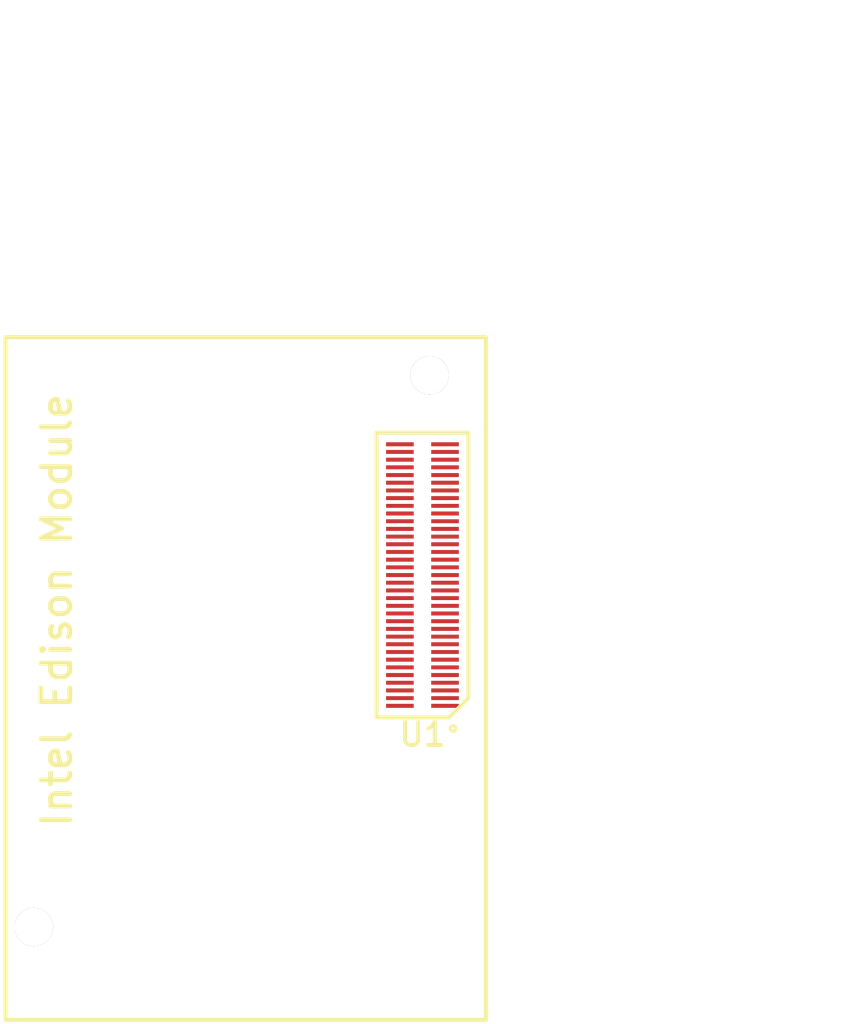
<source format=kicad_pcb>
(kicad_pcb (version 4) (host pcbnew 4.0.0-rc2-stable)

  (general
    (links 0)
    (no_connects 0)
    (area 74.31617 69.229999 146.38383 104.930001)
    (thickness 1.6)
    (drawings 15)
    (tracks 0)
    (zones 0)
    (modules 6)
    (nets 1)
  )

  (page A4)
  (layers
    (0 F.Cu signal)
    (31 B.Cu signal)
    (32 B.Adhes user)
    (33 F.Adhes user)
    (34 B.Paste user)
    (35 F.Paste user)
    (36 B.SilkS user)
    (37 F.SilkS user)
    (38 B.Mask user)
    (39 F.Mask user)
    (40 Dwgs.User user)
    (41 Cmts.User user)
    (42 Eco1.User user)
    (43 Eco2.User user)
    (44 Edge.Cuts user)
    (45 Margin user)
    (46 B.CrtYd user)
    (47 F.CrtYd user)
    (48 B.Fab user)
    (49 F.Fab user)
  )

  (setup
    (last_trace_width 0.254)
    (trace_clearance 0.254)
    (zone_clearance 0.508)
    (zone_45_only yes)
    (trace_min 0.254)
    (segment_width 0.2)
    (edge_width 0.1)
    (via_size 0.889)
    (via_drill 0.635)
    (via_min_size 0.889)
    (via_min_drill 0.508)
    (uvia_size 0.508)
    (uvia_drill 0.127)
    (uvias_allowed no)
    (uvia_min_size 0.508)
    (uvia_min_drill 0.127)
    (pcb_text_width 0.3)
    (pcb_text_size 1.5 1.5)
    (mod_edge_width 0.15)
    (mod_text_size 1 1)
    (mod_text_width 0.15)
    (pad_size 2 2)
    (pad_drill 2)
    (pad_to_mask_clearance 0)
    (aux_axis_origin 0 0)
    (visible_elements 7FFEFFFF)
    (pcbplotparams
      (layerselection 0x00030_80000001)
      (usegerberextensions false)
      (excludeedgelayer true)
      (linewidth 0.100000)
      (plotframeref false)
      (viasonmask false)
      (mode 1)
      (useauxorigin false)
      (hpglpennumber 1)
      (hpglpenspeed 20)
      (hpglpendiameter 15)
      (hpglpenoverlay 2)
      (psnegative false)
      (psa4output false)
      (plotreference true)
      (plotvalue true)
      (plotinvisibletext false)
      (padsonsilk false)
      (subtractmaskfromsilk false)
      (outputformat 1)
      (mirror false)
      (drillshape 1)
      (scaleselection 1)
      (outputdirectory ""))
  )

  (net 0 "")

  (net_class Default "This is the default net class."
    (clearance 0.254)
    (trace_width 0.254)
    (via_dia 0.889)
    (via_drill 0.635)
    (uvia_dia 0.508)
    (uvia_drill 0.127)
  )

  (module mogar_modules_new:MountingHole_2mm locked (layer F.Cu) (tedit 5479092A) (tstamp 57493305)
    (at 98.49 99.84)
    (descr "Mounting hole, Befestigungsbohrung, 2,5mm, No Annular, Kein Restring,")
    (tags "Mounting hole, Befestigungsbohrung, 2,5mm, No Annular, Kein Restring,")
    (fp_text reference MH (at 3.325 0) (layer F.SilkS) hide
      (effects (font (thickness 0.3048)))
    )
    (fp_text value MountingHole_2-5mm_RevA_Date21Jun2010 (at 0.05 2.475) (layer F.SilkS) hide
      (effects (font (thickness 0.3048)))
    )
    (fp_circle (center 0 0) (end 1.5 0) (layer Cmts.User) (width 0.381))
    (pad 1 thru_hole circle (at 0 0) (size 2 2) (drill 2) (layers F.Cu))
  )

  (module mogar_modules_new:MountingHole_2mm locked (layer F.Cu) (tedit 5479092A) (tstamp 57493300)
    (at 119.09 71.15)
    (descr "Mounting hole, Befestigungsbohrung, 2,5mm, No Annular, Kein Restring,")
    (tags "Mounting hole, Befestigungsbohrung, 2,5mm, No Annular, Kein Restring,")
    (fp_text reference MH (at 3.325 0) (layer F.SilkS) hide
      (effects (font (thickness 0.3048)))
    )
    (fp_text value MountingHole_2-5mm_RevA_Date21Jun2010 (at 0.05 2.475) (layer F.SilkS) hide
      (effects (font (thickness 0.3048)))
    )
    (fp_circle (center 0 0) (end 1.5 0) (layer Cmts.User) (width 0.381))
    (pad 1 thru_hole circle (at 0 0) (size 2 2) (drill 2) (layers F.Cu))
  )

  (module "DF40HC(3.0)-70DS" locked (layer F.Cu) (tedit 54790978) (tstamp 574932B1)
    (at 118.72 81.54 180)
    (path /5479160A)
    (clearance 0.1)
    (fp_text reference U1 (at -0.01 -8.29 180) (layer F.SilkS)
      (effects (font (size 1.2 1.2) (thickness 0.2)))
    )
    (fp_text value EdisonConnector (at 3.81 0 270) (layer F.SilkS) hide
      (effects (font (size 1.2 1.2) (thickness 0.2)))
    )
    (fp_circle (center -1.6 -7.975) (end -1.6 -7.825) (layer F.SilkS) (width 0.15))
    (fp_line (start -1.39 -7.4) (end -2.39 -6.4) (layer F.SilkS) (width 0.2))
    (fp_line (start -2.39 -6.4) (end -2.39 7.4) (layer F.SilkS) (width 0.2))
    (fp_line (start -2.39 7.4) (end 2.39 7.4) (layer F.SilkS) (width 0.2))
    (fp_line (start 2.39 7.4) (end 2.39 -7.4) (layer F.SilkS) (width 0.2))
    (fp_line (start 2.39 -7.4) (end -1.39 -7.4) (layer F.SilkS) (width 0.2))
    (pad 1 smd rect (at -1.175 -6.8 180) (size 1.43 0.2) (layers F.Cu F.Paste F.Mask))
    (pad 3 smd rect (at -1.175 -6.4 180) (size 1.43 0.2) (layers F.Cu F.Paste F.Mask))
    (pad 5 smd rect (at -1.175 -6 180) (size 1.43 0.2) (layers F.Cu F.Paste F.Mask))
    (pad 7 smd rect (at -1.175 -5.6 180) (size 1.43 0.2) (layers F.Cu F.Paste F.Mask))
    (pad 9 smd rect (at -1.175 -5.2 180) (size 1.43 0.2) (layers F.Cu F.Paste F.Mask))
    (pad 11 smd rect (at -1.175 -4.8 180) (size 1.43 0.2) (layers F.Cu F.Paste F.Mask))
    (pad 13 smd rect (at -1.175 -4.4 180) (size 1.43 0.2) (layers F.Cu F.Paste F.Mask))
    (pad 15 smd rect (at -1.175 -4 180) (size 1.43 0.2) (layers F.Cu F.Paste F.Mask))
    (pad 17 smd rect (at -1.175 -3.6 180) (size 1.43 0.2) (layers F.Cu F.Paste F.Mask))
    (pad 19 smd rect (at -1.175 -3.2 180) (size 1.43 0.2) (layers F.Cu F.Paste F.Mask))
    (pad 21 smd rect (at -1.175 -2.8 180) (size 1.43 0.2) (layers F.Cu F.Paste F.Mask))
    (pad 23 smd rect (at -1.175 -2.4 180) (size 1.43 0.2) (layers F.Cu F.Paste F.Mask))
    (pad 25 smd rect (at -1.175 -2 180) (size 1.43 0.2) (layers F.Cu F.Paste F.Mask))
    (pad 27 smd rect (at -1.175 -1.6 180) (size 1.43 0.2) (layers F.Cu F.Paste F.Mask))
    (pad 29 smd rect (at -1.175 -1.2 180) (size 1.43 0.2) (layers F.Cu F.Paste F.Mask))
    (pad 31 smd rect (at -1.175 -0.8 180) (size 1.43 0.2) (layers F.Cu F.Paste F.Mask))
    (pad 33 smd rect (at -1.175 -0.4 180) (size 1.43 0.2) (layers F.Cu F.Paste F.Mask))
    (pad 35 smd rect (at -1.175 0 180) (size 1.43 0.2) (layers F.Cu F.Paste F.Mask))
    (pad 37 smd rect (at -1.175 0.4 180) (size 1.43 0.2) (layers F.Cu F.Paste F.Mask))
    (pad 39 smd rect (at -1.175 0.8 180) (size 1.43 0.2) (layers F.Cu F.Paste F.Mask))
    (pad 41 smd rect (at -1.175 1.2 180) (size 1.43 0.2) (layers F.Cu F.Paste F.Mask))
    (pad 43 smd rect (at -1.175 1.6 180) (size 1.43 0.2) (layers F.Cu F.Paste F.Mask))
    (pad 45 smd rect (at -1.175 2 180) (size 1.43 0.2) (layers F.Cu F.Paste F.Mask))
    (pad 47 smd rect (at -1.175 2.4 180) (size 1.43 0.2) (layers F.Cu F.Paste F.Mask))
    (pad 49 smd rect (at -1.175 2.8 180) (size 1.43 0.2) (layers F.Cu F.Paste F.Mask))
    (pad 51 smd rect (at -1.175 3.2 180) (size 1.43 0.2) (layers F.Cu F.Paste F.Mask))
    (pad 53 smd rect (at -1.175 3.6 180) (size 1.43 0.2) (layers F.Cu F.Paste F.Mask))
    (pad 55 smd rect (at -1.175 4 180) (size 1.43 0.2) (layers F.Cu F.Paste F.Mask))
    (pad 57 smd rect (at -1.175 4.4 180) (size 1.43 0.2) (layers F.Cu F.Paste F.Mask))
    (pad 59 smd rect (at -1.175 4.8 180) (size 1.43 0.2) (layers F.Cu F.Paste F.Mask))
    (pad 61 smd rect (at -1.175 5.2 180) (size 1.43 0.2) (layers F.Cu F.Paste F.Mask))
    (pad 63 smd rect (at -1.175 5.6 180) (size 1.43 0.2) (layers F.Cu F.Paste F.Mask))
    (pad 65 smd rect (at -1.175 6 180) (size 1.43 0.2) (layers F.Cu F.Paste F.Mask))
    (pad 67 smd rect (at -1.175 6.4 180) (size 1.43 0.2) (layers F.Cu F.Paste F.Mask))
    (pad 69 smd rect (at -1.175 6.8 180) (size 1.43 0.2) (layers F.Cu F.Paste F.Mask))
    (pad 2 smd rect (at 1.175 -6.8 180) (size 1.43 0.2) (layers F.Cu F.Paste F.Mask))
    (pad 4 smd rect (at 1.175 -6.4 180) (size 1.43 0.2) (layers F.Cu F.Paste F.Mask))
    (pad 6 smd rect (at 1.175 -6 180) (size 1.43 0.2) (layers F.Cu F.Paste F.Mask))
    (pad 8 smd rect (at 1.175 -5.6 180) (size 1.43 0.2) (layers F.Cu F.Paste F.Mask))
    (pad 10 smd rect (at 1.175 -5.2 180) (size 1.43 0.2) (layers F.Cu F.Paste F.Mask))
    (pad 12 smd rect (at 1.175 -4.8 180) (size 1.43 0.2) (layers F.Cu F.Paste F.Mask))
    (pad 14 smd rect (at 1.175 -4.4 180) (size 1.43 0.2) (layers F.Cu F.Paste F.Mask))
    (pad 16 smd rect (at 1.175 -4 180) (size 1.43 0.2) (layers F.Cu F.Paste F.Mask))
    (pad 18 smd rect (at 1.175 -3.6 180) (size 1.43 0.2) (layers F.Cu F.Paste F.Mask))
    (pad 20 smd rect (at 1.175 -3.2 180) (size 1.43 0.2) (layers F.Cu F.Paste F.Mask))
    (pad 22 smd rect (at 1.175 -2.8 180) (size 1.43 0.2) (layers F.Cu F.Paste F.Mask))
    (pad 24 smd rect (at 1.175 -2.4 180) (size 1.43 0.2) (layers F.Cu F.Paste F.Mask))
    (pad 26 smd rect (at 1.175 -2 180) (size 1.43 0.2) (layers F.Cu F.Paste F.Mask))
    (pad 28 smd rect (at 1.175 -1.6 180) (size 1.43 0.2) (layers F.Cu F.Paste F.Mask))
    (pad 30 smd rect (at 1.175 -1.2 180) (size 1.43 0.2) (layers F.Cu F.Paste F.Mask))
    (pad 32 smd rect (at 1.175 -0.8 180) (size 1.43 0.2) (layers F.Cu F.Paste F.Mask))
    (pad 34 smd rect (at 1.175 -0.4 180) (size 1.43 0.2) (layers F.Cu F.Paste F.Mask))
    (pad 36 smd rect (at 1.175 0 180) (size 1.43 0.2) (layers F.Cu F.Paste F.Mask))
    (pad 38 smd rect (at 1.175 0.4 180) (size 1.43 0.2) (layers F.Cu F.Paste F.Mask))
    (pad 40 smd rect (at 1.175 0.8 180) (size 1.43 0.2) (layers F.Cu F.Paste F.Mask))
    (pad 42 smd rect (at 1.175 1.2 180) (size 1.43 0.2) (layers F.Cu F.Paste F.Mask))
    (pad 44 smd rect (at 1.175 1.6 180) (size 1.43 0.2) (layers F.Cu F.Paste F.Mask))
    (pad 46 smd rect (at 1.175 2 180) (size 1.43 0.2) (layers F.Cu F.Paste F.Mask))
    (pad 48 smd rect (at 1.175 2.4 180) (size 1.43 0.2) (layers F.Cu F.Paste F.Mask))
    (pad 50 smd rect (at 1.175 2.8 180) (size 1.43 0.2) (layers F.Cu F.Paste F.Mask))
    (pad 52 smd rect (at 1.175 3.2 180) (size 1.43 0.2) (layers F.Cu F.Paste F.Mask))
    (pad 54 smd rect (at 1.175 3.6 180) (size 1.43 0.2) (layers F.Cu F.Paste F.Mask))
    (pad 56 smd rect (at 1.175 4 180) (size 1.43 0.2) (layers F.Cu F.Paste F.Mask))
    (pad 58 smd rect (at 1.175 4.4 180) (size 1.43 0.2) (layers F.Cu F.Paste F.Mask))
    (pad 60 smd rect (at 1.175 4.8 180) (size 1.43 0.2) (layers F.Cu F.Paste F.Mask))
    (pad 62 smd rect (at 1.175 5.2 180) (size 1.43 0.2) (layers F.Cu F.Paste F.Mask))
    (pad 64 smd rect (at 1.175 5.6 180) (size 1.43 0.2) (layers F.Cu F.Paste F.Mask))
    (pad 66 smd rect (at 1.175 6 180) (size 1.43 0.2) (layers F.Cu F.Paste F.Mask))
    (pad 68 smd rect (at 1.175 6.4 180) (size 1.43 0.2) (layers F.Cu F.Paste F.Mask))
    (pad 70 smd rect (at 1.175 6.8 180) (size 1.43 0.2) (layers F.Cu F.Paste F.Mask))
  )

  (module "DF40HC(3.0)-70DS" locked (layer F.Cu) (tedit 54790978) (tstamp 5479070E)
    (at 118.72 81.54 180)
    (path /5479160A)
    (clearance 0.1)
    (fp_text reference U1 (at -0.01 -8.29 180) (layer F.SilkS)
      (effects (font (size 1.2 1.2) (thickness 0.2)))
    )
    (fp_text value EdisonConnector (at 3.81 0 270) (layer F.SilkS) hide
      (effects (font (size 1.2 1.2) (thickness 0.2)))
    )
    (fp_circle (center -1.6 -7.975) (end -1.6 -7.825) (layer F.SilkS) (width 0.15))
    (fp_line (start -1.39 -7.4) (end -2.39 -6.4) (layer F.SilkS) (width 0.2))
    (fp_line (start -2.39 -6.4) (end -2.39 7.4) (layer F.SilkS) (width 0.2))
    (fp_line (start -2.39 7.4) (end 2.39 7.4) (layer F.SilkS) (width 0.2))
    (fp_line (start 2.39 7.4) (end 2.39 -7.4) (layer F.SilkS) (width 0.2))
    (fp_line (start 2.39 -7.4) (end -1.39 -7.4) (layer F.SilkS) (width 0.2))
    (pad 1 smd rect (at -1.175 -6.8 180) (size 1.43 0.2) (layers F.Cu F.Paste F.Mask))
    (pad 3 smd rect (at -1.175 -6.4 180) (size 1.43 0.2) (layers F.Cu F.Paste F.Mask))
    (pad 5 smd rect (at -1.175 -6 180) (size 1.43 0.2) (layers F.Cu F.Paste F.Mask))
    (pad 7 smd rect (at -1.175 -5.6 180) (size 1.43 0.2) (layers F.Cu F.Paste F.Mask))
    (pad 9 smd rect (at -1.175 -5.2 180) (size 1.43 0.2) (layers F.Cu F.Paste F.Mask))
    (pad 11 smd rect (at -1.175 -4.8 180) (size 1.43 0.2) (layers F.Cu F.Paste F.Mask))
    (pad 13 smd rect (at -1.175 -4.4 180) (size 1.43 0.2) (layers F.Cu F.Paste F.Mask))
    (pad 15 smd rect (at -1.175 -4 180) (size 1.43 0.2) (layers F.Cu F.Paste F.Mask))
    (pad 17 smd rect (at -1.175 -3.6 180) (size 1.43 0.2) (layers F.Cu F.Paste F.Mask))
    (pad 19 smd rect (at -1.175 -3.2 180) (size 1.43 0.2) (layers F.Cu F.Paste F.Mask))
    (pad 21 smd rect (at -1.175 -2.8 180) (size 1.43 0.2) (layers F.Cu F.Paste F.Mask))
    (pad 23 smd rect (at -1.175 -2.4 180) (size 1.43 0.2) (layers F.Cu F.Paste F.Mask))
    (pad 25 smd rect (at -1.175 -2 180) (size 1.43 0.2) (layers F.Cu F.Paste F.Mask))
    (pad 27 smd rect (at -1.175 -1.6 180) (size 1.43 0.2) (layers F.Cu F.Paste F.Mask))
    (pad 29 smd rect (at -1.175 -1.2 180) (size 1.43 0.2) (layers F.Cu F.Paste F.Mask))
    (pad 31 smd rect (at -1.175 -0.8 180) (size 1.43 0.2) (layers F.Cu F.Paste F.Mask))
    (pad 33 smd rect (at -1.175 -0.4 180) (size 1.43 0.2) (layers F.Cu F.Paste F.Mask))
    (pad 35 smd rect (at -1.175 0 180) (size 1.43 0.2) (layers F.Cu F.Paste F.Mask))
    (pad 37 smd rect (at -1.175 0.4 180) (size 1.43 0.2) (layers F.Cu F.Paste F.Mask))
    (pad 39 smd rect (at -1.175 0.8 180) (size 1.43 0.2) (layers F.Cu F.Paste F.Mask))
    (pad 41 smd rect (at -1.175 1.2 180) (size 1.43 0.2) (layers F.Cu F.Paste F.Mask))
    (pad 43 smd rect (at -1.175 1.6 180) (size 1.43 0.2) (layers F.Cu F.Paste F.Mask))
    (pad 45 smd rect (at -1.175 2 180) (size 1.43 0.2) (layers F.Cu F.Paste F.Mask))
    (pad 47 smd rect (at -1.175 2.4 180) (size 1.43 0.2) (layers F.Cu F.Paste F.Mask))
    (pad 49 smd rect (at -1.175 2.8 180) (size 1.43 0.2) (layers F.Cu F.Paste F.Mask))
    (pad 51 smd rect (at -1.175 3.2 180) (size 1.43 0.2) (layers F.Cu F.Paste F.Mask))
    (pad 53 smd rect (at -1.175 3.6 180) (size 1.43 0.2) (layers F.Cu F.Paste F.Mask))
    (pad 55 smd rect (at -1.175 4 180) (size 1.43 0.2) (layers F.Cu F.Paste F.Mask))
    (pad 57 smd rect (at -1.175 4.4 180) (size 1.43 0.2) (layers F.Cu F.Paste F.Mask))
    (pad 59 smd rect (at -1.175 4.8 180) (size 1.43 0.2) (layers F.Cu F.Paste F.Mask))
    (pad 61 smd rect (at -1.175 5.2 180) (size 1.43 0.2) (layers F.Cu F.Paste F.Mask))
    (pad 63 smd rect (at -1.175 5.6 180) (size 1.43 0.2) (layers F.Cu F.Paste F.Mask))
    (pad 65 smd rect (at -1.175 6 180) (size 1.43 0.2) (layers F.Cu F.Paste F.Mask))
    (pad 67 smd rect (at -1.175 6.4 180) (size 1.43 0.2) (layers F.Cu F.Paste F.Mask))
    (pad 69 smd rect (at -1.175 6.8 180) (size 1.43 0.2) (layers F.Cu F.Paste F.Mask))
    (pad 2 smd rect (at 1.175 -6.8 180) (size 1.43 0.2) (layers F.Cu F.Paste F.Mask))
    (pad 4 smd rect (at 1.175 -6.4 180) (size 1.43 0.2) (layers F.Cu F.Paste F.Mask))
    (pad 6 smd rect (at 1.175 -6 180) (size 1.43 0.2) (layers F.Cu F.Paste F.Mask))
    (pad 8 smd rect (at 1.175 -5.6 180) (size 1.43 0.2) (layers F.Cu F.Paste F.Mask))
    (pad 10 smd rect (at 1.175 -5.2 180) (size 1.43 0.2) (layers F.Cu F.Paste F.Mask))
    (pad 12 smd rect (at 1.175 -4.8 180) (size 1.43 0.2) (layers F.Cu F.Paste F.Mask))
    (pad 14 smd rect (at 1.175 -4.4 180) (size 1.43 0.2) (layers F.Cu F.Paste F.Mask))
    (pad 16 smd rect (at 1.175 -4 180) (size 1.43 0.2) (layers F.Cu F.Paste F.Mask))
    (pad 18 smd rect (at 1.175 -3.6 180) (size 1.43 0.2) (layers F.Cu F.Paste F.Mask))
    (pad 20 smd rect (at 1.175 -3.2 180) (size 1.43 0.2) (layers F.Cu F.Paste F.Mask))
    (pad 22 smd rect (at 1.175 -2.8 180) (size 1.43 0.2) (layers F.Cu F.Paste F.Mask))
    (pad 24 smd rect (at 1.175 -2.4 180) (size 1.43 0.2) (layers F.Cu F.Paste F.Mask))
    (pad 26 smd rect (at 1.175 -2 180) (size 1.43 0.2) (layers F.Cu F.Paste F.Mask))
    (pad 28 smd rect (at 1.175 -1.6 180) (size 1.43 0.2) (layers F.Cu F.Paste F.Mask))
    (pad 30 smd rect (at 1.175 -1.2 180) (size 1.43 0.2) (layers F.Cu F.Paste F.Mask))
    (pad 32 smd rect (at 1.175 -0.8 180) (size 1.43 0.2) (layers F.Cu F.Paste F.Mask))
    (pad 34 smd rect (at 1.175 -0.4 180) (size 1.43 0.2) (layers F.Cu F.Paste F.Mask))
    (pad 36 smd rect (at 1.175 0 180) (size 1.43 0.2) (layers F.Cu F.Paste F.Mask))
    (pad 38 smd rect (at 1.175 0.4 180) (size 1.43 0.2) (layers F.Cu F.Paste F.Mask))
    (pad 40 smd rect (at 1.175 0.8 180) (size 1.43 0.2) (layers F.Cu F.Paste F.Mask))
    (pad 42 smd rect (at 1.175 1.2 180) (size 1.43 0.2) (layers F.Cu F.Paste F.Mask))
    (pad 44 smd rect (at 1.175 1.6 180) (size 1.43 0.2) (layers F.Cu F.Paste F.Mask))
    (pad 46 smd rect (at 1.175 2 180) (size 1.43 0.2) (layers F.Cu F.Paste F.Mask))
    (pad 48 smd rect (at 1.175 2.4 180) (size 1.43 0.2) (layers F.Cu F.Paste F.Mask))
    (pad 50 smd rect (at 1.175 2.8 180) (size 1.43 0.2) (layers F.Cu F.Paste F.Mask))
    (pad 52 smd rect (at 1.175 3.2 180) (size 1.43 0.2) (layers F.Cu F.Paste F.Mask))
    (pad 54 smd rect (at 1.175 3.6 180) (size 1.43 0.2) (layers F.Cu F.Paste F.Mask))
    (pad 56 smd rect (at 1.175 4 180) (size 1.43 0.2) (layers F.Cu F.Paste F.Mask))
    (pad 58 smd rect (at 1.175 4.4 180) (size 1.43 0.2) (layers F.Cu F.Paste F.Mask))
    (pad 60 smd rect (at 1.175 4.8 180) (size 1.43 0.2) (layers F.Cu F.Paste F.Mask))
    (pad 62 smd rect (at 1.175 5.2 180) (size 1.43 0.2) (layers F.Cu F.Paste F.Mask))
    (pad 64 smd rect (at 1.175 5.6 180) (size 1.43 0.2) (layers F.Cu F.Paste F.Mask))
    (pad 66 smd rect (at 1.175 6 180) (size 1.43 0.2) (layers F.Cu F.Paste F.Mask))
    (pad 68 smd rect (at 1.175 6.4 180) (size 1.43 0.2) (layers F.Cu F.Paste F.Mask))
    (pad 70 smd rect (at 1.175 6.8 180) (size 1.43 0.2) (layers F.Cu F.Paste F.Mask))
  )

  (module mogar_modules_new:MountingHole_2mm locked (layer F.Cu) (tedit 5479092A) (tstamp 54790711)
    (at 119.09 71.15)
    (descr "Mounting hole, Befestigungsbohrung, 2,5mm, No Annular, Kein Restring,")
    (tags "Mounting hole, Befestigungsbohrung, 2,5mm, No Annular, Kein Restring,")
    (fp_text reference MH (at 3.325 0) (layer F.SilkS) hide
      (effects (font (thickness 0.3048)))
    )
    (fp_text value MountingHole_2-5mm_RevA_Date21Jun2010 (at 0.05 2.475) (layer F.SilkS) hide
      (effects (font (thickness 0.3048)))
    )
    (fp_circle (center 0 0) (end 1.5 0) (layer Cmts.User) (width 0.381))
    (pad 1 thru_hole circle (at 0 0) (size 2 2) (drill 2) (layers F.Cu))
  )

  (module mogar_modules_new:MountingHole_2mm locked (layer F.Cu) (tedit 5479092A) (tstamp 5479070F)
    (at 98.49 99.84)
    (descr "Mounting hole, Befestigungsbohrung, 2,5mm, No Annular, Kein Restring,")
    (tags "Mounting hole, Befestigungsbohrung, 2,5mm, No Annular, Kein Restring,")
    (fp_text reference MH (at 3.325 0) (layer F.SilkS) hide
      (effects (font (thickness 0.3048)))
    )
    (fp_text value MountingHole_2-5mm_RevA_Date21Jun2010 (at 0.05 2.475) (layer F.SilkS) hide
      (effects (font (thickness 0.3048)))
    )
    (fp_circle (center 0 0) (end 1.5 0) (layer Cmts.User) (width 0.381))
    (pad 1 thru_hole circle (at 0 0) (size 2 2) (drill 2) (layers F.Cu))
  )

  (dimension 19.23 (width 0.3) (layer Eco2.User)
    (gr_text "19.230 mm" (at 106.495 66.65) (layer Eco2.User)
      (effects (font (size 1.5 1.5) (thickness 0.3)))
    )
    (feature1 (pts (xy 116.11 84.78) (xy 116.11 65.3)))
    (feature2 (pts (xy 96.88 84.78) (xy 96.88 65.3)))
    (crossbar (pts (xy 96.88 68) (xy 116.11 68)))
    (arrow1a (pts (xy 116.11 68) (xy 114.983496 68.586421)))
    (arrow1b (pts (xy 116.11 68) (xy 114.983496 67.413579)))
    (arrow2a (pts (xy 96.88 68) (xy 98.006504 68.586421)))
    (arrow2b (pts (xy 96.88 68) (xy 98.006504 67.413579)))
  )
  (dimension 0.973293 (width 0.3) (layer Eco2.User)
    (gr_text "0.973 mm" (at 124.425541 53.489687 355.2852455) (layer Eco2.User)
      (effects (font (size 1.5 1.5) (thickness 0.3)))
    )
    (feature1 (pts (xy 122.08 87.85) (xy 125.021505 52.184255)))
    (feature2 (pts (xy 121.11 87.77) (xy 124.051505 52.104255)))
    (crossbar (pts (xy 123.829578 54.79512) (xy 124.799578 54.87512)))
    (arrow1a (pts (xy 124.799578 54.87512) (xy 123.628685 55.366963)))
    (arrow1b (pts (xy 124.799578 54.87512) (xy 123.725087 54.19809)))
    (arrow2a (pts (xy 123.829578 54.79512) (xy 124.904069 55.47215)))
    (arrow2b (pts (xy 123.829578 54.79512) (xy 125.000471 54.303277)))
  )
  (dimension 5.042539 (width 0.3) (layer Eco2.User)
    (gr_text "5.043 mm" (at 134.793188 71.064025 271.818303) (layer Eco2.User)
      (effects (font (size 1.5 1.5) (thickness 0.3)))
    )
    (feature1 (pts (xy 119.25 74.08) (xy 136.222509 73.54119)))
    (feature2 (pts (xy 119.09 69.04) (xy 136.062509 68.50119)))
    (crossbar (pts (xy 133.363868 68.586861) (xy 133.523868 73.626861)))
    (arrow1a (pts (xy 133.523868 73.626861) (xy 132.901999 72.519532)))
    (arrow1b (pts (xy 133.523868 73.626861) (xy 134.074249 72.482317)))
    (arrow2a (pts (xy 133.363868 68.586861) (xy 132.813487 69.731405)))
    (arrow2b (pts (xy 133.363868 68.586861) (xy 133.985737 69.69419)))
  )
  (dimension 15.863029 (width 0.3) (layer Eco2.User)
    (gr_text "15.863 mm" (at 125.536433 96.65175 271.1197623) (layer Eco2.User)
      (effects (font (size 1.5 1.5) (thickness 0.3)))
    )
    (feature1 (pts (xy 119.13 104.71) (xy 127.041175 104.555368)))
    (feature2 (pts (xy 118.82 88.85) (xy 126.731175 88.695368)))
    (crossbar (pts (xy 124.031691 88.748132) (xy 124.341691 104.608132)))
    (arrow1a (pts (xy 124.341691 104.608132) (xy 123.733368 103.493303)))
    (arrow1b (pts (xy 124.341691 104.608132) (xy 124.905985 103.470383)))
    (arrow2a (pts (xy 124.031691 88.748132) (xy 123.467397 89.885881)))
    (arrow2b (pts (xy 124.031691 88.748132) (xy 124.640014 89.862961)))
  )
  (dimension 35.740505 (width 0.3) (layer Eco2.User)
    (gr_text "35.741 mm" (at 129.734319 86.839388 270.3045914) (layer Eco2.User)
      (effects (font (size 1.5 1.5) (thickness 0.3)))
    )
    (feature1 (pts (xy 122.19 104.75) (xy 131.1793 104.702212)))
    (feature2 (pts (xy 122 69.01) (xy 130.9893 68.962212)))
    (crossbar (pts (xy 128.289338 68.976565) (xy 128.479338 104.716565)))
    (arrow1a (pts (xy 128.479338 104.716565) (xy 127.886937 103.593195)))
    (arrow1b (pts (xy 128.479338 104.716565) (xy 129.059762 103.58696)))
    (arrow2a (pts (xy 128.289338 68.976565) (xy 127.708914 70.10617)))
    (arrow2b (pts (xy 128.289338 68.976565) (xy 128.881739 70.099935)))
  )
  (dimension 25.080018 (width 0.3) (layer Eco2.User)
    (gr_text "25.080 mm" (at 109.488265 59.214499 0.06853558874) (layer Eco2.User)
      (effects (font (size 1.5 1.5) (thickness 0.3)))
    )
    (feature1 (pts (xy 122.04 69.01) (xy 122.02665 57.8495)))
    (feature2 (pts (xy 96.96 69.04) (xy 96.94665 57.8795)))
    (crossbar (pts (xy 96.94988 60.579498) (xy 122.02988 60.549498)))
    (arrow1a (pts (xy 122.02988 60.549498) (xy 120.904079 61.137266)))
    (arrow1b (pts (xy 122.02988 60.549498) (xy 120.902676 59.964425)))
    (arrow2a (pts (xy 96.94988 60.579498) (xy 98.077084 61.164571)))
    (arrow2b (pts (xy 96.94988 60.579498) (xy 98.075681 59.99173)))
  )
  (gr_line (start 97.02 104.67) (end 97.02 69.17) (angle 90) (layer F.SilkS) (width 0.2) (tstamp 5749330D))
  (gr_line (start 97.02 69.17) (end 122.02 69.17) (angle 90) (layer F.SilkS) (width 0.2) (tstamp 5749330C))
  (gr_line (start 122.02 69.17) (end 122.02 104.67) (angle 90) (layer F.SilkS) (width 0.2) (tstamp 5749330B))
  (gr_line (start 122.02 104.67) (end 97.02 104.67) (angle 90) (layer F.SilkS) (width 0.2) (tstamp 5749330A))
  (gr_text "Intel Edison Module" (at 99.68 83.37 90) (layer F.SilkS)
    (effects (font (size 1.5 1.5) (thickness 0.25)))
  )
  (gr_line (start 122.02 104.67) (end 97.02 104.67) (angle 90) (layer F.SilkS) (width 0.2))
  (gr_line (start 122.02 69.17) (end 122.02 104.67) (angle 90) (layer F.SilkS) (width 0.2))
  (gr_line (start 97.02 69.17) (end 122.02 69.17) (angle 90) (layer F.SilkS) (width 0.2))
  (gr_line (start 97.02 104.67) (end 97.02 69.17) (angle 90) (layer F.SilkS) (width 0.2))

  (zone (net 0) (net_name "") (layer F.Cu) (tstamp 547927E3) (hatch edge 0.508)
    (connect_pads (clearance 0.508))
    (min_thickness 0.254)
    (keepout (tracks not_allowed) (vias not_allowed) (copperpour not_allowed))
    (fill (arc_segments 16) (thermal_gap 0.508) (thermal_bridge_width 0.508))
    (polygon
      (pts
        (xy 122.04 104.64) (xy 116.24 104.64) (xy 116.24 91.56) (xy 122.04 91.56) (xy 122.04 94.63)
      )
    )
  )
  (zone (net 0) (net_name "") (layer B.Cu) (tstamp 547927E3) (hatch edge 0.508)
    (connect_pads (clearance 0.508))
    (min_thickness 0.254)
    (keepout (tracks not_allowed) (vias not_allowed) (copperpour not_allowed))
    (fill (arc_segments 16) (thermal_gap 0.508) (thermal_bridge_width 0.508))
    (polygon
      (pts
        (xy 122.04 104.64) (xy 116.24 104.64) (xy 116.24 91.56) (xy 122.04 91.56) (xy 122.04 94.63)
      )
    )
  )
  (zone (net 0) (net_name "") (layer F.Cu) (tstamp 5749330E) (hatch edge 0.508)
    (connect_pads (clearance 0.508))
    (min_thickness 0.254)
    (keepout (tracks not_allowed) (vias not_allowed) (copperpour not_allowed))
    (fill (arc_segments 16) (thermal_gap 0.508) (thermal_bridge_width 0.508))
    (polygon
      (pts
        (xy 122.04 104.64) (xy 116.24 104.64) (xy 116.24 91.56) (xy 122.04 91.56) (xy 122.04 94.63)
      )
    )
  )
  (zone (net 0) (net_name "") (layer B.Cu) (tstamp 5749330F) (hatch edge 0.508)
    (connect_pads (clearance 0.508))
    (min_thickness 0.254)
    (keepout (tracks not_allowed) (vias not_allowed) (copperpour not_allowed))
    (fill (arc_segments 16) (thermal_gap 0.508) (thermal_bridge_width 0.508))
    (polygon
      (pts
        (xy 122.04 104.64) (xy 116.24 104.64) (xy 116.24 91.56) (xy 122.04 91.56) (xy 122.04 94.63)
      )
    )
  )
)

</source>
